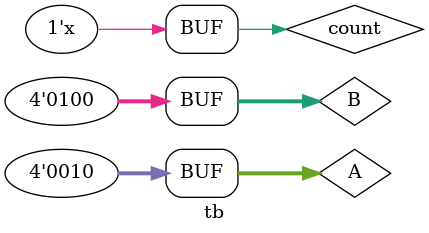
<source format=v>
`timescale 1ns / 1ps
module tb;
	
	reg count;
	
	reg nCn;
	reg M;
	reg [3:0] S;
	reg [3:0] A;
	reg [3:0] B;
	
	wire [3:0] F;
	wire AEQB;
	wire G;
	wire P;
	wire nCn4;
	
	ALU uut (
		.nCn(nCn), 
		.M(M), 
		.S(S), 
		.A(A), 
		.B(B), 
		.F(F), 
		.AEQB(AEQB), 
		.G(G), 
		.P(P), 
		.nCn4(nCn4)
	);
	
	always
	begin
		#10;
		if(S < 15)
			S = S + 1;
		else
		begin
			if(count == 0)
			begin
				count = count + 1;
				M = 1;
				S = 0;
			end
			else if(count == 1)
			begin
				count = count + 1;
				nCn = 1;
				M = 0;
				S = 0;
			end
			else if(count == 2)
			begin
				count = count + 1;
				M = 1;
				S = 0;
			end
		end
	end
	
	
	initial 
	begin
		count = 0;
		nCn = 0;
		M = 0;
		S = 0;
		A = 4'b0010;
		B = 4'b0100;
	end
      
endmodule

</source>
